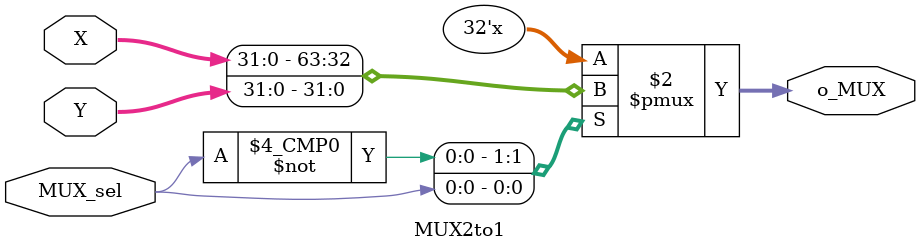
<source format=v>
`timescale 1ns/1ps

module MUX2to1 (
	input MUX_sel,
	input [31:0] X,
	input [31:0] Y,
	output reg [31:0] o_MUX
);

always @(*)
	begin
		case(MUX_sel)
			1'b0:
				begin
					o_MUX <= X;
				end
			1'b1:
				begin
					o_MUX <= Y;
				end
		endcase
	end
	
endmodule 
</source>
